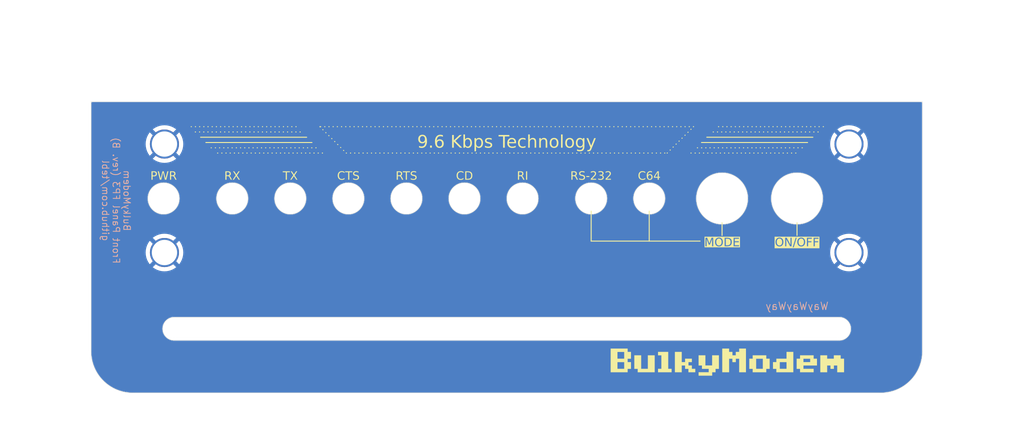
<source format=kicad_pcb>
(kicad_pcb (version 20240108) (generator "pcbnew") (generator_version "8.0")
  (layers (0 "F.Cu" signal) (31 "B.Cu" signal) (34 "B.Paste" user) (35 "F.Paste" user) (36 "B.SilkS" user "B.Silkscreen") (37 "F.SilkS" user "F.Silkscreen") (38 "B.Mask" user) (39 "F.Mask" user) (44 "Edge.Cuts" user))
  (net 0 "")
  (net 1 "GND")
  (footprint "mounting:M3_pin" (layer "F.Cu") (at 99.915 129.099)
    (property "Reference" "M1" (hide yes))
    (property "Value" "Mounting_Pin" (hide yes))
    (pad "1" thru_hole circle (at 0 0) (size 3.5 3.5) (drill 3.048) (layers "*.Cu" "*.Mask") (net 1 "GND"))
  )
  (footprint "mounting:M3_pin" (layer "F.Cu") (at 182.265 129.099)
    (property "Reference" "M2" (hide yes))
    (property "Value" "Mounting_Pin" (hide yes))
    (pad "1" thru_hole circle (at 0 0) (size 3.5 3.5) (drill 3.048) (layers "*.Cu" "*.Mask") (net 1 "GND"))
  )
  (footprint "mounting:M3_pin" (layer "F.Cu") (at 182.265 116.049)
    (property "Reference" "M3" (hide yes))
    (property "Value" "Mounting_Pin" (hide yes))
    (pad "1" thru_hole circle (at 0 0) (size 3.5 3.5) (drill 3.048) (layers "*.Cu" "*.Mask") (net 1 "GND"))
  )
  (footprint "mounting:M3_pin" (layer "F.Cu") (at 99.915 116.049)
    (property "Reference" "M4" (hide yes))
    (property "Value" "Mounting_Pin" (hide yes))
    (pad "1" thru_hole circle (at 0 0) (size 3.5 3.5) (drill 3.048) (layers "*.Cu" "*.Mask") (net 1 "GND"))
  )
  (footprint "artwork:BulkyModem_small" (layer "F.Cu") (at 167.633 142.28)
    (property "Reference" "G***" (hide yes))
    (property "Value" "LOGO" (hide yes))
    (fp_poly (pts (xy -10.373573 0.813613) (xy -9.55996 0.813613) (xy -9.55996 -0.813614) (xy -8.746346 -0.813614) (xy -8.746346 1.22042) (xy -10.78038 1.22042) (xy -10.78038 0.813613) (xy -11.187187 0.813613) (xy -11.187187 -0.813614) (xy -10.373573 -0.813614) (xy -10.373573 0.813613)) (stroke (width 0.01)) (fill solid) (layer "F.SilkS"))
    (fp_poly (pts (xy -7.119119 0.813613) (xy -6.712312 0.813613) (xy -6.712312 1.22042) (xy -8.339539 1.22042) (xy -8.339539 0.813613) (xy -7.932732 0.813613) (xy -7.932732 -0.813614) (xy -8.339539 -0.813614) (xy -8.339539 -1.220421) (xy -7.119119 -1.220421) (xy -7.119119 0.813613)) (stroke (width 0.01)) (fill solid) (layer "F.SilkS"))
    (fp_poly (pts (xy 7.932733 1.22042) (xy 5.898699 1.22042) (xy 5.898699 0.813613) (xy 5.491892 0.813613) (xy 5.491892 0) (xy 5.898699 0) (xy 6.305506 0) (xy 6.305506 0.813613) (xy 7.119119 0.813613) (xy 7.119119 0) (xy 6.305506 0) (xy 5.898699 0) (xy 5.898699 -0.406807) (xy 7.119119 -0.406807) (xy 7.119119 -1.220421) (xy 7.932733 -1.220421) (xy 7.932733 1.22042)) (stroke (width 0.01)) (fill solid) (layer "F.SilkS"))
    (fp_poly (pts (xy -2.644244 0.406807) (xy -1.83063 0.406807) (xy -1.83063 -0.813614) (xy -1.017017 -0.813614) (xy -1.017017 0.813613) (xy -1.423823 0.813613) (xy -1.423823 1.22042) (xy -1.83063 1.22042) (xy -1.83063 1.627227) (xy -3.457858 1.627227) (xy -3.457858 1.22042) (xy -2.237437 1.22042) (xy -2.237437 0.813613) (xy -3.051051 0.813613) (xy -3.051051 0.406807) (xy -3.457858 0.406807) (xy -3.457858 -0.813614) (xy -2.644244 -0.813614) (xy -2.644244 0.406807)) (stroke (width 0.01)) (fill solid) (layer "F.SilkS"))
    (fp_poly (pts (xy 4.678279 -0.406807) (xy 5.085085 -0.406807) (xy 5.085085 0.813613) (xy 4.678279 0.813613) (xy 4.678279 1.22042) (xy 3.051051 1.22042) (xy 3.051051 0.813613) (xy 2.644245 0.813613) (xy 2.644245 -0.406807) (xy 3.051051 -0.406807) (xy 3.457858 -0.406807) (xy 3.457858 0.813613) (xy 4.271472 0.813613) (xy 4.271472 -0.406807) (xy 3.457858 -0.406807) (xy 3.051051 -0.406807) (xy 3.051051 -0.813614) (xy 4.678279 -0.813614) (xy 4.678279 -0.406807)) (stroke (width 0.01)) (fill solid) (layer "F.SilkS"))
    (fp_poly (pts (xy 12.000801 -0.406807) (xy 12.814415 -0.406807) (xy 12.814415 -0.813614) (xy 13.628028 -0.813614) (xy 13.628028 -0.406807) (xy 14.034835 -0.406807) (xy 14.034835 1.22042) (xy 13.221222 1.22042) (xy 13.221222 0.406807) (xy 12.814415 0.406807) (xy 12.814415 0.813613) (xy 12.407608 0.813613) (xy 12.407608 0.406807) (xy 12.000801 0.406807) (xy 12.000801 1.22042) (xy 11.187188 1.22042) (xy 11.187188 -0.813614) (xy 12.000801 -0.813614) (xy 12.000801 -0.406807)) (stroke (width 0.01)) (fill solid) (layer "F.SilkS"))
    (fp_poly (pts (xy -5.491892 0) (xy -5.085085 0) (xy -5.085085 -0.406807) (xy -4.271471 -0.406807) (xy -4.271471 0) (xy -4.678278 0) (xy -4.678278 0.406807) (xy -4.271471 0.406807) (xy -4.271471 0.813613) (xy -3.864664 0.813613) (xy -3.864664 1.22042) (xy -4.678278 1.22042) (xy -4.678278 0.813613) (xy -5.085085 0.813613) (xy -5.085085 0.406807) (xy -5.491892 0.406807) (xy -5.491892 1.22042) (xy -6.305505 1.22042) (xy -6.305505 -1.220421) (xy -5.491892 -1.220421) (xy -5.491892 0)) (stroke (width 0.01)) (fill solid) (layer "F.SilkS"))
    (fp_poly (pts (xy 0.203404 -1.220421) (xy 0.610211 -1.220421) (xy 0.610211 -0.813614) (xy 1.017017 -0.813614) (xy 1.017017 -1.220421) (xy 1.423824 -1.220421) (xy 1.423824 -1.627227) (xy 2.237438 -1.627227) (xy 2.237438 1.22042) (xy 1.423824 1.22042) (xy 1.423824 -0.406807) (xy 1.017017 -0.406807) (xy 1.017017 0) (xy 0.610211 0) (xy 0.610211 -0.406807) (xy 0.203404 -0.406807) (xy 0.203404 1.22042) (xy -0.61021 1.22042) (xy -0.61021 -1.627227) (xy 0.203404 -1.627227) (xy 0.203404 -1.220421)) (stroke (width 0.01)) (fill solid) (layer "F.SilkS"))
    (fp_poly (pts (xy 10.373574 -0.406807) (xy 10.780381 -0.406807) (xy 10.780381 0.406807) (xy 9.153153 0.406807) (xy 9.153153 0.813613) (xy 10.373574 0.813613) (xy 10.373574 1.22042) (xy 8.746347 1.22042) (xy 8.746347 0.813613) (xy 8.33954 0.813613) (xy 8.33954 -0.406807) (xy 8.746347 -0.406807) (xy 9.153153 -0.406807) (xy 9.153153 0) (xy 9.966767 0) (xy 9.966767 -0.406807) (xy 9.153153 -0.406807) (xy 8.746347 -0.406807) (xy 8.746347 -0.813614) (xy 10.373574 -0.813614) (xy 10.373574 -0.406807)) (stroke (width 0.01)) (fill solid) (layer "F.SilkS"))
    (fp_poly (pts (xy -12.0008 -1.220421) (xy -11.593994 -1.220421) (xy -11.593994 -0.406807) (xy -12.0008 -0.406807) (xy -12.0008 0) (xy -11.593994 0) (xy -11.593994 0.813613) (xy -12.0008 0.813613) (xy -12.0008 1.22042) (xy -14.034834 1.22042) (xy -14.034834 0) (xy -13.221221 0) (xy -13.221221 0.813613) (xy -12.407607 0.813613) (xy -12.407607 0) (xy -13.221221 0) (xy -14.034834 0) (xy -14.034834 -1.220421) (xy -13.221221 -1.220421) (xy -13.221221 -0.406807) (xy -12.407607 -0.406807) (xy -12.407607 -1.220421) (xy -13.221221 -1.220421) (xy -14.034834 -1.220421) (xy -14.034834 -1.627227) (xy -12.0008 -1.627227) (xy -12.0008 -1.220421)) (stroke (width 0.01)) (fill solid) (layer "F.SilkS"))
  )
  (gr_line (start 118.9285 117.134) (end 106.165 117.134) (stroke (width 0.12) (type dot)) (layer "F.SilkS"))
  (gr_line (start 151.25 127.7258) (end 151.25 124.119) (stroke (width 0.12)) (layer "F.SilkS"))
  (gr_line (start 163.2515 117.134) (end 176.015 117.134) (stroke (width 0.12) (type dot)) (layer "F.SilkS"))
  (gr_line (start 166.998 127.04) (end 166.998 125.516) (stroke (width 0.12)) (layer "F.SilkS"))
  (gr_line (start 158.235 127.7258) (end 158.235 124.119) (stroke (width 0.12)) (layer "F.SilkS"))
  (gr_line (start 178.555 114.594) (end 165.7915 114.594) (stroke (width 0.12) (type dot)) (layer "F.SilkS"))
  (gr_line (start 103.625 114.594) (end 116.3885 114.594) (stroke (width 0.12) (type dot)) (layer "F.SilkS"))
  (gr_line (start 176.015 127.04) (end 176.015 125.516) (stroke (width 0.12)) (layer "F.SilkS"))
  (gr_line (start 158.235 127.7258) (end 164.3564 127.7258) (stroke (width 0.12)) (layer "F.SilkS"))
  (gr_line (start 176.65 116.499) (end 163.8865 116.499) (stroke (width 0.12) (type dot)) (layer "F.SilkS"))
  (gr_line (start 115.7535 113.959) (end 102.99 113.959) (stroke (width 0.12) (type dot)) (layer "F.SilkS"))
  (gr_line (start 151.25 127.7258) (end 158.235 127.7258) (stroke (width 0.12)) (layer "F.SilkS"))
  (gr_line (start 104.895 115.864) (end 117.6585 115.864) (stroke (width 0.12)) (layer "F.SilkS"))
  (gr_line (start 105.53 116.499) (end 118.2935 116.499) (stroke (width 0.12) (type dot)) (layer "F.SilkS"))
  (gr_poly (pts (xy 118.611 113.959) (xy 121.786 117.134) (xy 160.394 117.134) (xy 163.569 113.959)) (stroke (width 0.12) (type dot)) (fill solid) (layer "F.SilkS"))
  (gr_line (start 177.285 115.864) (end 164.5215 115.864) (stroke (width 0.12)) (layer "F.SilkS"))
  (gr_line (start 179.19 113.959) (end 166.4265 113.959) (stroke (width 0.12) (type dot)) (layer "F.SilkS"))
  (gr_line (start 117.0235 115.229) (end 104.26 115.229) (stroke (width 0.12)) (layer "F.SilkS"))
  (gr_line (start 165.1565 115.229) (end 177.92 115.229) (stroke (width 0.12)) (layer "F.SilkS"))
  (gr_line (start 96.09 145.974) (end 186.09 145.974) (stroke (width 0.05)) (layer "Edge.Cuts"))
  (gr_circle (center 166.998 122.595) (end 170.098 122.595) (stroke (width 0.05)) (fill none) (layer "Edge.Cuts"))
  (gr_circle (center 108.07 122.595) (end 109.97 122.595) (stroke (width 0.05)) (fill none) (layer "Edge.Cuts"))
  (gr_arc (start 96.09 145.974) (mid 92.554466 144.509534) (end 91.09 140.974) (stroke (width 0.05)) (layer "Edge.Cuts"))
  (gr_circle (center 142.995 122.595) (end 144.895 122.595) (stroke (width 0.05)) (fill none) (layer "Edge.Cuts"))
  (gr_circle (center 122.04 122.595) (end 123.94 122.595) (stroke (width 0.05)) (fill none) (layer "Edge.Cuts"))
  (gr_circle (center 151.25 122.595) (end 153.15 122.595) (stroke (width 0.05)) (fill none) (layer "Edge.Cuts"))
  (gr_circle (center 158.235 122.595) (end 160.135 122.595) (stroke (width 0.05)) (fill none) (layer "Edge.Cuts"))
  (gr_circle (center 176.015 122.595) (end 179.115 122.595) (stroke (width 0.05)) (fill none) (layer "Edge.Cuts"))
  (gr_arc (start 101.09 139.674) (mid 99.69 138.274) (end 101.09 136.874) (stroke (width 0.05)) (layer "Edge.Cuts"))
  (gr_line (start 91.09 110.974) (end 91.09 140.974) (stroke (width 0.05)) (layer "Edge.Cuts"))
  (gr_line (start 91.09 110.974) (end 191.09 110.974) (stroke (width 0.05)) (layer "Edge.Cuts"))
  (gr_circle (center 115.055 122.595) (end 116.955 122.595) (stroke (width 0.05)) (fill none) (layer "Edge.Cuts"))
  (gr_circle (center 136.01 122.595) (end 137.91 122.595) (stroke (width 0.05)) (fill none) (layer "Edge.Cuts"))
  (gr_line (start 191.09 140.974) (end 191.09 110.974) (stroke (width 0.05)) (layer "Edge.Cuts"))
  (gr_arc (start 181.09 136.874) (mid 182.49 138.274) (end 181.09 139.674) (stroke (width 0.05)) (layer "Edge.Cuts"))
  (gr_circle (center 129.025 122.595) (end 130.925 122.595) (stroke (width 0.05)) (fill none) (layer "Edge.Cuts"))
  (gr_arc (start 191.09 140.974) (mid 189.625534 144.509534) (end 186.09 145.974) (stroke (width 0.05)) (layer "Edge.Cuts"))
  (gr_circle (center 99.815 122.595) (end 101.715 122.595) (stroke (width 0.05)) (fill none) (layer "Edge.Cuts"))
  (gr_line (start 181.09 139.674) (end 101.09 139.674) (stroke (width 0.05)) (layer "Edge.Cuts"))
  (gr_line (start 101.09 136.874) (end 181.09 136.874) (stroke (width 0.05)) (layer "Edge.Cuts"))
  (gr_text "BulkyModem\nFront Panel FP3 (rev. B)\ngithub.com/tebl" (at 94.1 122.849 270) (layer "B.SilkS") (effects (font (size 0.8 0.8) (thickness 0.1)) (justify mirror)))
  (gr_text "WayWayWay" (at 176.015 135.549 0) (layer "B.SilkS") (effects (font (size 0.9 0.9) (thickness 0.1)) (justify mirror)))
  (gr_text "C64" (at 158.235 119.928 0) (layer "F.SilkS") (effects (font (size 1 1))))
  (gr_text "MODE" (at 166.998 127.929 0) (layer "F.SilkS" knockout) (effects (font (size 1 1))))
  (gr_text "TX" (at 115.055 119.928 0) (layer "F.SilkS") (effects (font (size 1 1))))
  (gr_text "ON/OFF" (at 176.015 127.929 0) (layer "F.SilkS" knockout) (effects (font (size 1 1))))
  (gr_text "RS-232" (at 151.25 119.928 0) (layer "F.SilkS") (effects (font (size 1 1))))
  (gr_text "RI" (at 142.995 119.928 0) (layer "F.SilkS") (effects (font (size 1 1))))
  (gr_text "CTS" (at 122.04 119.928 0) (layer "F.SilkS") (effects (font (size 1 1))))
  (gr_text "RX" (at 108.07 119.928 0) (layer "F.SilkS") (effects (font (size 1 1))))
  (gr_text "RTS" (at 129.025 119.928 0) (layer "F.SilkS") (effects (font (size 1 1))))
  (gr_text "PWR" (at 99.815 119.928 0) (layer "F.SilkS") (effects (font (size 1 1))))
  (gr_text "CD" (at 136.01 119.928 0) (layer "F.SilkS") (effects (font (size 1 1))))
  (gr_text "9.6 Kbps Technology" (at 141.09 115.864 0) (layer "F.SilkS") (effects (font (size 1.5 1.5))))
  (zone (net 1) (net_name "GND") (layer "B.Cu") (connect_pads (clearance 0.508)) (min_thickness 0.254) (fill yes (thermal_gap 0.508) (thermal_bridge_width 0.508))
    (polygon (pts (xy 203.32 151.424) (xy 80.13 151.424) (xy 80.13 98.719) (xy 203.32 98.719)))
  )
)
</source>
